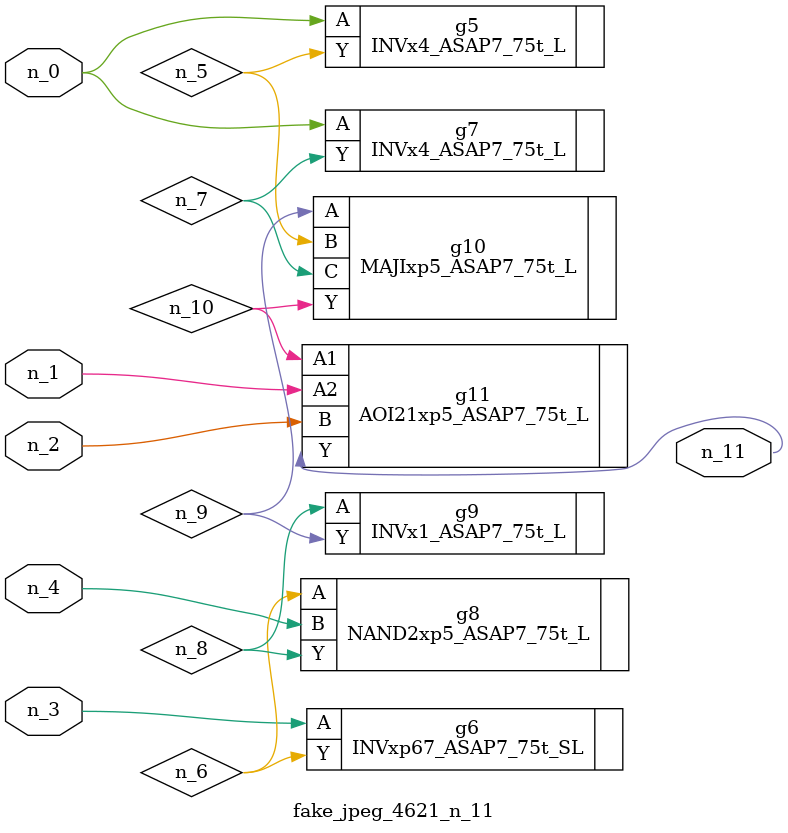
<source format=v>
module fake_jpeg_4621_n_11 (n_3, n_2, n_1, n_0, n_4, n_11);

input n_3;
input n_2;
input n_1;
input n_0;
input n_4;

output n_11;

wire n_10;
wire n_8;
wire n_9;
wire n_6;
wire n_5;
wire n_7;

INVx4_ASAP7_75t_L g5 ( 
.A(n_0),
.Y(n_5)
);

INVxp67_ASAP7_75t_SL g6 ( 
.A(n_3),
.Y(n_6)
);

INVx4_ASAP7_75t_L g7 ( 
.A(n_0),
.Y(n_7)
);

NAND2xp5_ASAP7_75t_L g8 ( 
.A(n_6),
.B(n_4),
.Y(n_8)
);

INVx1_ASAP7_75t_L g9 ( 
.A(n_8),
.Y(n_9)
);

MAJIxp5_ASAP7_75t_L g10 ( 
.A(n_9),
.B(n_5),
.C(n_7),
.Y(n_10)
);

AOI21xp5_ASAP7_75t_L g11 ( 
.A1(n_10),
.A2(n_1),
.B(n_2),
.Y(n_11)
);


endmodule
</source>
